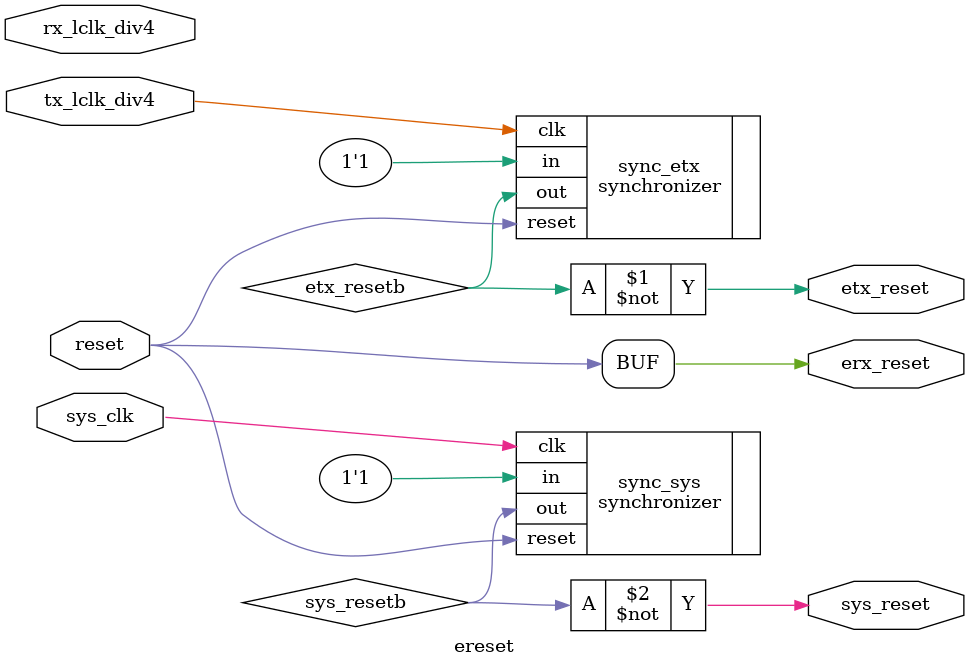
<source format=v>
module ereset (/*AUTOARG*/
   // Outputs
   etx_reset, erx_reset, sys_reset,
   // Inputs
   reset, sys_clk, tx_lclk_div4, rx_lclk_div4
   );

   // reset inputs
   input   reset;           // POR | ~elink_en (with appropriate delays..)
   
   //synchronization clocks
   input   sys_clk;        // system clock
   input   tx_lclk_div4;   // slow clock for TX
   input   rx_lclk_div4;   // slow clock for RX

   //synchronous reset outputs
   output  etx_reset;      // reset for TX slow logic
   output  erx_reset;      // reset for RX slow logic
   output  sys_reset;     // reset for system FIFOs

   wire    erx_resetb;
   wire    etx_resetb;
   wire    sys_resetb;
   
   
   //erx reset synchronizer
   /*
    
    synchronizer sync_erx (.out	 (erx_resetb),
			  .in	 (1'b1),
			  .clk	 (rx_lclk_div4),
			  .reset (reset)
			  );
    */
    
   //etx reset synchronizer
   synchronizer sync_etx (.out	 (etx_resetb),
			  .in	 (1'b1),
			  .clk	 (tx_lclk_div4),
			  .reset (reset)
			  );

   //system reset synchronizer
    synchronizer sync_sys (.out	 (sys_resetb),
			  .in	 (1'b1),
			  .clk	 (sys_clk),
			  .reset (reset)
			   );

   assign etx_reset =~etx_resetb;
   assign sys_reset =~sys_resetb;
   assign erx_reset = reset;     //async reset! can't guarantee rx clock
   
endmodule // ereset
// Local Variables:
// verilog-library-directories:("." "../../common/hdl/")
// End:
/*
 Copyright (C) 2015 Adapteva, Inc.
 
 Contributed by Andreas Olofsson <andreas@adapteva.com>

 This program is free software: you can redistribute it and/or modify
 it under the terms of the GNU General Public License as published by
 the Free Software Foundation, either version 3 of the License, or
 (at your option) any later version.This program is distributed in the hope 
 that it will be useful,but WITHOUT ANY WARRANTY; without even the implied 
 warranty of MERCHANTABILITY or FITNESS FOR A PARTICULAR PURPOSE.  See the
 GNU General Public License for more details. You should have received a copy 
 of the GNU General Public License along with this program (see the file 
 COPYING).  If not, see <http://www.gnu.org/licenses/>.
 */


</source>
